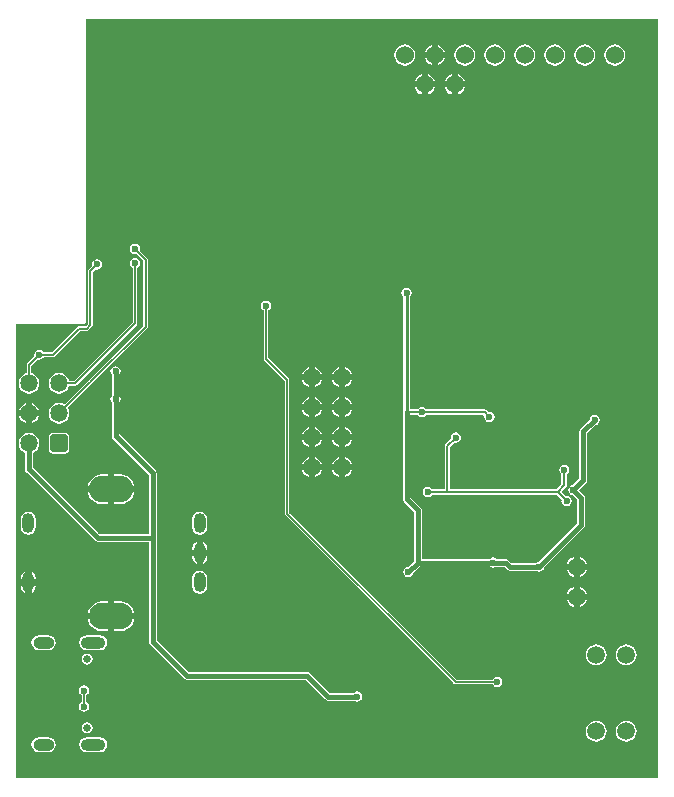
<source format=gbr>
%TF.GenerationSoftware,Altium Limited,Altium Designer,20.1.8 (145)*%
G04 Layer_Physical_Order=4*
G04 Layer_Color=16711680*
%FSLAX45Y45*%
%MOMM*%
%TF.SameCoordinates,75FC8B90-4BF3-40FB-8E76-FB7BBE10E466*%
%TF.FilePolarity,Positive*%
%TF.FileFunction,Copper,L4,Bot,Signal*%
%TF.Part,Single*%
G01*
G75*
%TA.AperFunction,Conductor*%
%ADD36C,0.20320*%
%ADD37C,0.12700*%
%ADD38C,0.25400*%
%ADD40C,0.40640*%
%TA.AperFunction,ComponentPad*%
%ADD41C,0.65000*%
%ADD42O,2.10000X1.00000*%
%ADD43O,1.80000X1.00000*%
%ADD44C,1.50000*%
%ADD45C,0.56000*%
G04:AMPARAMS|DCode=46|XSize=1.5mm|YSize=1.45mm|CornerRadius=0.18125mm|HoleSize=0mm|Usage=FLASHONLY|Rotation=90.000|XOffset=0mm|YOffset=0mm|HoleType=Round|Shape=RoundedRectangle|*
%AMROUNDEDRECTD46*
21,1,1.50000,1.08750,0,0,90.0*
21,1,1.13750,1.45000,0,0,90.0*
1,1,0.36250,0.54375,0.56875*
1,1,0.36250,0.54375,-0.56875*
1,1,0.36250,-0.54375,-0.56875*
1,1,0.36250,-0.54375,0.56875*
%
%ADD46ROUNDEDRECTD46*%
%ADD47O,1.45000X1.50000*%
G04:AMPARAMS|DCode=48|XSize=2.25mm|YSize=3.75mm|CornerRadius=1.125mm|HoleSize=0mm|Usage=FLASHONLY|Rotation=90.000|XOffset=0mm|YOffset=0mm|HoleType=Round|Shape=RoundedRectangle|*
%AMROUNDEDRECTD48*
21,1,2.25000,1.50000,0,0,90.0*
21,1,0.00000,3.75000,0,0,90.0*
1,1,2.25000,0.75000,0.00000*
1,1,2.25000,0.75000,0.00000*
1,1,2.25000,-0.75000,0.00000*
1,1,2.25000,-0.75000,0.00000*
%
%ADD48ROUNDEDRECTD48*%
%ADD49O,3.75000X2.25000*%
%ADD50O,1.00000X1.70000*%
%ADD51C,1.52400*%
%TA.AperFunction,ViaPad*%
%ADD52C,0.60000*%
G36*
X5466660Y41341D02*
X33341D01*
Y3883072D01*
X601280D01*
X609084Y3884625D01*
X615700Y3889045D01*
X620120Y3895661D01*
X621672Y3903464D01*
Y6466659D01*
X5466659Y6466659D01*
X5466660Y41341D01*
D02*
G37*
%LPC*%
G36*
X3604402Y6248203D02*
Y6187907D01*
X3664701D01*
X3656655Y6207334D01*
X3642405Y6225904D01*
X3623834Y6240154D01*
X3604402Y6248203D01*
D02*
G37*
G36*
X3553602Y6248204D02*
X3534167Y6240154D01*
X3515596Y6225904D01*
X3501347Y6207334D01*
X3493300Y6187907D01*
X3553602D01*
Y6248204D01*
D02*
G37*
G36*
X3664707Y6137107D02*
X3604402D01*
Y6076797D01*
X3623834Y6084846D01*
X3642405Y6099096D01*
X3656655Y6117667D01*
X3664707Y6137107D01*
D02*
G37*
G36*
X3553602D02*
X3493294D01*
X3501347Y6117667D01*
X3515596Y6099096D01*
X3534167Y6084846D01*
X3553602Y6076796D01*
Y6137107D01*
D02*
G37*
G36*
X5103001Y6252167D02*
X5079793Y6249112D01*
X5058167Y6240154D01*
X5039596Y6225904D01*
X5025347Y6207334D01*
X5016389Y6185708D01*
X5013334Y6162500D01*
X5016389Y6139293D01*
X5025347Y6117667D01*
X5039596Y6099096D01*
X5058167Y6084846D01*
X5079793Y6075889D01*
X5103001Y6072833D01*
X5126208Y6075889D01*
X5147834Y6084846D01*
X5166405Y6099096D01*
X5180655Y6117667D01*
X5189612Y6139293D01*
X5192668Y6162500D01*
X5189612Y6185708D01*
X5180655Y6207334D01*
X5166405Y6225904D01*
X5147834Y6240154D01*
X5126208Y6249112D01*
X5103001Y6252167D01*
D02*
G37*
G36*
X4849001D02*
X4825793Y6249112D01*
X4804167Y6240154D01*
X4785596Y6225904D01*
X4771347Y6207334D01*
X4762389Y6185708D01*
X4759334Y6162500D01*
X4762389Y6139293D01*
X4771347Y6117667D01*
X4785596Y6099096D01*
X4804167Y6084846D01*
X4825793Y6075889D01*
X4849001Y6072833D01*
X4872208Y6075889D01*
X4893834Y6084846D01*
X4912405Y6099096D01*
X4926655Y6117667D01*
X4935612Y6139293D01*
X4938668Y6162500D01*
X4935612Y6185708D01*
X4926655Y6207334D01*
X4912405Y6225904D01*
X4893834Y6240154D01*
X4872208Y6249112D01*
X4849001Y6252167D01*
D02*
G37*
G36*
X4595001D02*
X4571793Y6249112D01*
X4550167Y6240154D01*
X4531596Y6225904D01*
X4517347Y6207334D01*
X4508389Y6185708D01*
X4505334Y6162500D01*
X4508389Y6139293D01*
X4517347Y6117667D01*
X4531596Y6099096D01*
X4550167Y6084846D01*
X4571793Y6075889D01*
X4595001Y6072833D01*
X4618208Y6075889D01*
X4639834Y6084846D01*
X4658405Y6099096D01*
X4672655Y6117667D01*
X4681612Y6139293D01*
X4684668Y6162500D01*
X4681612Y6185708D01*
X4672655Y6207334D01*
X4658405Y6225904D01*
X4639834Y6240154D01*
X4618208Y6249112D01*
X4595001Y6252167D01*
D02*
G37*
G36*
X4341001D02*
X4317793Y6249112D01*
X4296167Y6240154D01*
X4277596Y6225904D01*
X4263347Y6207334D01*
X4254389Y6185708D01*
X4251334Y6162500D01*
X4254389Y6139293D01*
X4263347Y6117667D01*
X4277596Y6099096D01*
X4296167Y6084846D01*
X4317793Y6075889D01*
X4341001Y6072833D01*
X4364208Y6075889D01*
X4385834Y6084846D01*
X4404405Y6099096D01*
X4418655Y6117667D01*
X4427612Y6139293D01*
X4430668Y6162500D01*
X4427612Y6185708D01*
X4418655Y6207334D01*
X4404405Y6225904D01*
X4385834Y6240154D01*
X4364208Y6249112D01*
X4341001Y6252167D01*
D02*
G37*
G36*
X4087001D02*
X4063793Y6249112D01*
X4042167Y6240154D01*
X4023596Y6225904D01*
X4009347Y6207334D01*
X4000389Y6185708D01*
X3997334Y6162500D01*
X4000389Y6139293D01*
X4009347Y6117667D01*
X4023596Y6099096D01*
X4042167Y6084846D01*
X4063793Y6075889D01*
X4087001Y6072833D01*
X4110208Y6075889D01*
X4131834Y6084846D01*
X4150405Y6099096D01*
X4164655Y6117667D01*
X4173612Y6139293D01*
X4176668Y6162500D01*
X4173612Y6185708D01*
X4164655Y6207334D01*
X4150405Y6225904D01*
X4131834Y6240154D01*
X4110208Y6249112D01*
X4087001Y6252167D01*
D02*
G37*
G36*
X3833001D02*
X3809793Y6249112D01*
X3788167Y6240154D01*
X3769596Y6225904D01*
X3755347Y6207334D01*
X3746389Y6185708D01*
X3743334Y6162500D01*
X3746389Y6139293D01*
X3755347Y6117667D01*
X3769596Y6099096D01*
X3788167Y6084846D01*
X3809793Y6075889D01*
X3833001Y6072833D01*
X3856208Y6075889D01*
X3877834Y6084846D01*
X3896405Y6099096D01*
X3910655Y6117667D01*
X3919612Y6139293D01*
X3922668Y6162500D01*
X3919612Y6185708D01*
X3910655Y6207334D01*
X3896405Y6225904D01*
X3877834Y6240154D01*
X3856208Y6249112D01*
X3833001Y6252167D01*
D02*
G37*
G36*
X3325001D02*
X3301793Y6249112D01*
X3280167Y6240154D01*
X3261596Y6225904D01*
X3247347Y6207334D01*
X3238389Y6185708D01*
X3235334Y6162500D01*
X3238389Y6139293D01*
X3247347Y6117667D01*
X3261596Y6099096D01*
X3280167Y6084846D01*
X3301793Y6075889D01*
X3325001Y6072833D01*
X3348208Y6075889D01*
X3369834Y6084846D01*
X3388405Y6099096D01*
X3402655Y6117667D01*
X3411612Y6139293D01*
X3414668Y6162500D01*
X3411612Y6185708D01*
X3402655Y6207334D01*
X3388405Y6225904D01*
X3369834Y6240154D01*
X3348208Y6249112D01*
X3325001Y6252167D01*
D02*
G37*
G36*
X3771906Y5997902D02*
Y5938899D01*
X3830905D01*
X3823106Y5957728D01*
X3809048Y5976048D01*
X3790728Y5990106D01*
X3771906Y5997902D01*
D02*
G37*
G36*
X3517906D02*
Y5938899D01*
X3576905D01*
X3569106Y5957728D01*
X3555048Y5976048D01*
X3536728Y5990106D01*
X3517906Y5997902D01*
D02*
G37*
G36*
X3467106Y5997907D02*
X3448272Y5990106D01*
X3429952Y5976048D01*
X3415894Y5957728D01*
X3408095Y5938899D01*
X3467106D01*
Y5997907D01*
D02*
G37*
G36*
X3721106D02*
X3702272Y5990106D01*
X3683952Y5976048D01*
X3669894Y5957728D01*
X3662095Y5938899D01*
X3721106D01*
Y5997907D01*
D02*
G37*
G36*
X3830904Y5888099D02*
X3771906D01*
Y5829098D01*
X3790728Y5836894D01*
X3809048Y5850952D01*
X3823106Y5869272D01*
X3830904Y5888099D01*
D02*
G37*
G36*
X3576904D02*
X3517906D01*
Y5829098D01*
X3536728Y5836894D01*
X3555048Y5850952D01*
X3569106Y5869272D01*
X3576904Y5888099D01*
D02*
G37*
G36*
X3467106D02*
X3408096D01*
X3415894Y5869272D01*
X3429952Y5850952D01*
X3448272Y5836894D01*
X3467106Y5829093D01*
Y5888099D01*
D02*
G37*
G36*
X3721106D02*
X3662096D01*
X3669894Y5869272D01*
X3683952Y5850952D01*
X3702272Y5836894D01*
X3721106Y5829093D01*
Y5888099D01*
D02*
G37*
G36*
X720294Y4433693D02*
X703633Y4430380D01*
X689509Y4420942D01*
X680072Y4406818D01*
X676758Y4390157D01*
X679423Y4376755D01*
X649416Y4346748D01*
X645206Y4340446D01*
X643727Y4333013D01*
Y3886000D01*
X623820Y3866093D01*
X568808D01*
X568807Y3866093D01*
X561374Y3864614D01*
X555073Y3860404D01*
X555072Y3860403D01*
X339951Y3645282D01*
X268377D01*
X260785Y3656644D01*
X246661Y3666082D01*
X230000Y3669396D01*
X213339Y3666082D01*
X199215Y3656644D01*
X189778Y3642520D01*
X186464Y3625859D01*
X189129Y3612457D01*
X129266Y3552593D01*
X125055Y3546292D01*
X123577Y3538859D01*
Y3469878D01*
X120758Y3469507D01*
X100032Y3460922D01*
X82235Y3447265D01*
X68578Y3429467D01*
X59993Y3408741D01*
X57065Y3386500D01*
Y3381500D01*
X59993Y3359258D01*
X68578Y3338532D01*
X82235Y3320735D01*
X100032Y3307078D01*
X120758Y3298493D01*
X143000Y3295565D01*
X165241Y3298493D01*
X185968Y3307078D01*
X203765Y3320735D01*
X217422Y3338532D01*
X226007Y3359258D01*
X228935Y3381500D01*
Y3386500D01*
X226007Y3408741D01*
X217422Y3429467D01*
X203765Y3447265D01*
X185968Y3460922D01*
X165241Y3469507D01*
X162423Y3469878D01*
Y3530814D01*
X216598Y3584989D01*
X230000Y3582323D01*
X246661Y3585637D01*
X260785Y3595074D01*
X268377Y3606436D01*
X347996D01*
X355429Y3607915D01*
X361731Y3612125D01*
X576852Y3827247D01*
X631865D01*
X639298Y3828725D01*
X645600Y3832935D01*
X676885Y3864220D01*
X681095Y3870522D01*
X682573Y3877955D01*
Y4324968D01*
X706892Y4349286D01*
X720294Y4346621D01*
X736955Y4349935D01*
X751079Y4359372D01*
X760516Y4373496D01*
X763830Y4390157D01*
X760516Y4406818D01*
X751079Y4420942D01*
X736955Y4430380D01*
X720294Y4433693D01*
D02*
G37*
G36*
X2819395Y3518191D02*
Y3459187D01*
X2878403D01*
X2870606Y3478012D01*
X2856548Y3496332D01*
X2838228Y3510390D01*
X2819395Y3518191D01*
D02*
G37*
G36*
X2768595Y3518187D02*
X2749772Y3510390D01*
X2731452Y3496332D01*
X2717394Y3478012D01*
X2709597Y3459187D01*
X2768595D01*
Y3518187D01*
D02*
G37*
G36*
X2563494Y3518189D02*
Y3459184D01*
X2622499D01*
X2614700Y3478012D01*
X2600643Y3496332D01*
X2582322Y3510390D01*
X2563494Y3518189D01*
D02*
G37*
G36*
X2512694D02*
X2493866Y3510390D01*
X2475546Y3496332D01*
X2461489Y3478012D01*
X2453690Y3459184D01*
X2512694D01*
Y3518189D01*
D02*
G37*
G36*
X1040000Y4443696D02*
X1023339Y4440382D01*
X1009215Y4430945D01*
X999778Y4416820D01*
X996464Y4400160D01*
X999778Y4383499D01*
X1009215Y4369375D01*
X1020577Y4361783D01*
Y3900081D01*
X523919Y3403423D01*
X480707D01*
X480007Y3408741D01*
X471422Y3429467D01*
X457765Y3447265D01*
X439968Y3460922D01*
X419241Y3469507D01*
X397000Y3472435D01*
X374758Y3469507D01*
X354032Y3460922D01*
X336235Y3447265D01*
X322578Y3429467D01*
X313993Y3408741D01*
X311065Y3386500D01*
Y3381500D01*
X313993Y3359258D01*
X322578Y3338532D01*
X336235Y3320735D01*
X354032Y3307078D01*
X374758Y3298493D01*
X397000Y3295565D01*
X419241Y3298493D01*
X439968Y3307078D01*
X457765Y3320735D01*
X471422Y3338532D01*
X480007Y3359258D01*
X480707Y3364577D01*
X531964D01*
X539397Y3366055D01*
X545699Y3370266D01*
X1053734Y3878301D01*
X1057945Y3884602D01*
X1059423Y3892035D01*
Y4361783D01*
X1070785Y4369375D01*
X1080222Y4383499D01*
X1083536Y4400160D01*
X1080222Y4416820D01*
X1070785Y4430945D01*
X1056661Y4440382D01*
X1040000Y4443696D01*
D02*
G37*
G36*
X2768595Y3408387D02*
X2709594D01*
X2717394Y3389556D01*
X2731452Y3371236D01*
X2749772Y3357178D01*
X2768595Y3349381D01*
Y3408387D01*
D02*
G37*
G36*
X2622499Y3408384D02*
X2563494D01*
Y3349379D01*
X2582322Y3357178D01*
X2600643Y3371236D01*
X2614700Y3389556D01*
X2622499Y3408384D01*
D02*
G37*
G36*
X2512694D02*
X2453690D01*
X2461489Y3389556D01*
X2475546Y3371236D01*
X2493866Y3357178D01*
X2512694Y3349379D01*
Y3408384D01*
D02*
G37*
G36*
X2878406Y3408387D02*
X2819395D01*
Y3349377D01*
X2838228Y3357178D01*
X2856548Y3371236D01*
X2870606Y3389556D01*
X2878406Y3408387D01*
D02*
G37*
G36*
X2819400Y3264189D02*
Y3205184D01*
X2878405D01*
X2870606Y3224012D01*
X2856548Y3242332D01*
X2838228Y3256390D01*
X2819400Y3264189D01*
D02*
G37*
G36*
X2768600D02*
X2749772Y3256390D01*
X2731452Y3242332D01*
X2717394Y3224012D01*
X2709595Y3205184D01*
X2768600D01*
Y3264189D01*
D02*
G37*
G36*
X2563494D02*
Y3205184D01*
X2622499D01*
X2614700Y3224012D01*
X2600643Y3242332D01*
X2582322Y3256390D01*
X2563494Y3264189D01*
D02*
G37*
G36*
X2512694D02*
X2493866Y3256390D01*
X2475546Y3242332D01*
X2461489Y3224012D01*
X2453690Y3205184D01*
X2512694D01*
Y3264189D01*
D02*
G37*
G36*
X1040000Y4563536D02*
X1023339Y4560222D01*
X1009215Y4550785D01*
X999778Y4536660D01*
X996464Y4520000D01*
X999778Y4503339D01*
X1009215Y4489215D01*
X1023339Y4479777D01*
X1040000Y4476463D01*
X1053403Y4479129D01*
X1110577Y4421955D01*
Y3871045D01*
X648763Y3409232D01*
X648762Y3409231D01*
X443637Y3204106D01*
X439968Y3206922D01*
X419241Y3215507D01*
X397000Y3218435D01*
X374758Y3215507D01*
X354032Y3206922D01*
X336235Y3193265D01*
X322578Y3175467D01*
X313993Y3154741D01*
X311065Y3132500D01*
Y3127500D01*
X313993Y3105258D01*
X322578Y3084532D01*
X336235Y3066735D01*
X354032Y3053078D01*
X374758Y3044493D01*
X397000Y3041565D01*
X419241Y3044493D01*
X439968Y3053078D01*
X457765Y3066735D01*
X471422Y3084532D01*
X480007Y3105258D01*
X482935Y3127500D01*
Y3132500D01*
X480007Y3154741D01*
X471422Y3175467D01*
X470777Y3176308D01*
X676230Y3381762D01*
X676231Y3381763D01*
X1143734Y3849265D01*
X1143734Y3849266D01*
X1147945Y3855567D01*
X1149423Y3863000D01*
X1149423Y3863001D01*
Y4430001D01*
X1147945Y4437434D01*
X1143734Y4443735D01*
X1080871Y4506599D01*
X1083536Y4520000D01*
X1080222Y4536660D01*
X1070785Y4550785D01*
X1056661Y4560222D01*
X1040000Y4563536D01*
D02*
G37*
G36*
X168407Y3214196D02*
Y3155401D01*
X225734D01*
X217422Y3175467D01*
X203765Y3193265D01*
X185968Y3206922D01*
X168407Y3214196D01*
D02*
G37*
G36*
X117607Y3214201D02*
X100032Y3206922D01*
X82235Y3193265D01*
X68578Y3175467D01*
X60266Y3155401D01*
X117607D01*
Y3214201D01*
D02*
G37*
G36*
X2878405Y3154384D02*
X2819400D01*
Y3095379D01*
X2838228Y3103178D01*
X2856548Y3117236D01*
X2870606Y3135556D01*
X2878405Y3154384D01*
D02*
G37*
G36*
X2768600D02*
X2709595D01*
X2717394Y3135556D01*
X2731452Y3117236D01*
X2749772Y3103178D01*
X2768600Y3095379D01*
Y3154384D01*
D02*
G37*
G36*
X2622499D02*
X2563494D01*
Y3095379D01*
X2582322Y3103178D01*
X2600643Y3117236D01*
X2614700Y3135556D01*
X2622499Y3154384D01*
D02*
G37*
G36*
X2512694D02*
X2453690D01*
X2461489Y3135556D01*
X2475546Y3117236D01*
X2493866Y3103178D01*
X2512694Y3095379D01*
Y3154384D01*
D02*
G37*
G36*
X225735Y3104601D02*
X168407D01*
Y3045804D01*
X185968Y3053078D01*
X203765Y3066735D01*
X217422Y3084532D01*
X225735Y3104601D01*
D02*
G37*
G36*
X117607D02*
X60265D01*
X68578Y3084532D01*
X82235Y3066735D01*
X100032Y3053078D01*
X117607Y3045798D01*
Y3104601D01*
D02*
G37*
G36*
X2819395Y3010191D02*
Y2951187D01*
X2878403D01*
X2870606Y2970012D01*
X2856548Y2988332D01*
X2838228Y3002390D01*
X2819395Y3010191D01*
D02*
G37*
G36*
X2768595Y3010187D02*
X2749772Y3002390D01*
X2731452Y2988332D01*
X2717394Y2970012D01*
X2709597Y2951187D01*
X2768595D01*
Y3010187D01*
D02*
G37*
G36*
X2563494Y3010189D02*
Y2951184D01*
X2622499D01*
X2614700Y2970012D01*
X2600643Y2988332D01*
X2582322Y3002390D01*
X2563494Y3010189D01*
D02*
G37*
G36*
X2512694D02*
X2493866Y3002390D01*
X2475546Y2988332D01*
X2461489Y2970012D01*
X2453690Y2951184D01*
X2512694D01*
Y3010189D01*
D02*
G37*
G36*
X3756241Y2967237D02*
X3739580Y2963923D01*
X3725456Y2954485D01*
X3716018Y2940361D01*
X3712705Y2923700D01*
X3714459Y2914880D01*
X3669151Y2869573D01*
X3664099Y2862011D01*
X3662325Y2853092D01*
Y2487368D01*
X3555065D01*
X3550069Y2494845D01*
X3535945Y2504283D01*
X3519285Y2507597D01*
X3502624Y2504283D01*
X3488500Y2494845D01*
X3479062Y2480721D01*
X3475748Y2464060D01*
X3479062Y2447400D01*
X3488500Y2433276D01*
X3502624Y2423838D01*
X3519285Y2420524D01*
X3535945Y2423838D01*
X3550069Y2433276D01*
X3555065Y2440753D01*
X4608227D01*
X4652399Y2396580D01*
X4650645Y2387761D01*
X4653959Y2371100D01*
X4663396Y2356976D01*
X4677520Y2347538D01*
X4694181Y2344224D01*
X4710842Y2347538D01*
X4724966Y2356976D01*
X4734404Y2371100D01*
X4737717Y2387761D01*
X4734404Y2404421D01*
X4724966Y2418545D01*
X4710842Y2427983D01*
X4694181Y2431297D01*
X4685361Y2429543D01*
X4650843Y2464060D01*
X4689482Y2502699D01*
X4694534Y2510260D01*
X4696309Y2519180D01*
Y2611222D01*
X4706326Y2617916D01*
X4715763Y2632040D01*
X4719077Y2648700D01*
X4715763Y2665361D01*
X4706326Y2679485D01*
X4692201Y2688923D01*
X4675541Y2692237D01*
X4658880Y2688923D01*
X4644756Y2679485D01*
X4635318Y2665361D01*
X4632004Y2648700D01*
X4635318Y2632040D01*
X4644756Y2617916D01*
X4649693Y2614617D01*
Y2528834D01*
X4608227Y2487368D01*
X3708940D01*
Y2843438D01*
X3747421Y2881918D01*
X3756241Y2880164D01*
X3772902Y2883478D01*
X3787026Y2892915D01*
X3796463Y2907040D01*
X3799777Y2923700D01*
X3796463Y2940361D01*
X3787026Y2954485D01*
X3772902Y2963923D01*
X3756241Y2967237D01*
D02*
G37*
G36*
X2768595Y2900387D02*
X2709594D01*
X2717394Y2881556D01*
X2731452Y2863236D01*
X2749772Y2849178D01*
X2768595Y2841381D01*
Y2900387D01*
D02*
G37*
G36*
X2622499Y2900384D02*
X2563494D01*
Y2841379D01*
X2582322Y2849178D01*
X2600643Y2863236D01*
X2614700Y2881556D01*
X2622499Y2900384D01*
D02*
G37*
G36*
X2512694D02*
X2453690D01*
X2461489Y2881556D01*
X2475546Y2863236D01*
X2493866Y2849178D01*
X2512694Y2841379D01*
Y2900384D01*
D02*
G37*
G36*
X2878406Y2900387D02*
X2819395D01*
Y2841377D01*
X2838228Y2849178D01*
X2856548Y2863236D01*
X2870606Y2881556D01*
X2878406Y2900387D01*
D02*
G37*
G36*
X451375Y2964304D02*
X342625D01*
X330598Y2961911D01*
X320401Y2955098D01*
X313588Y2944902D01*
X311196Y2932875D01*
Y2819125D01*
X313588Y2807098D01*
X320401Y2796901D01*
X330598Y2790088D01*
X342625Y2787696D01*
X451375D01*
X463402Y2790088D01*
X473599Y2796901D01*
X480412Y2807098D01*
X482804Y2819125D01*
Y2932875D01*
X480412Y2944902D01*
X473599Y2955098D01*
X463402Y2961911D01*
X451375Y2964304D01*
D02*
G37*
G36*
X2563493Y2756189D02*
Y2697191D01*
X2622496D01*
X2614700Y2716012D01*
X2600643Y2734332D01*
X2582322Y2748390D01*
X2563493Y2756189D01*
D02*
G37*
G36*
X2512693Y2756188D02*
X2493866Y2748390D01*
X2475546Y2734332D01*
X2461489Y2716012D01*
X2453692Y2697191D01*
X2512693D01*
Y2756188D01*
D02*
G37*
G36*
X2819395Y2756191D02*
Y2697187D01*
X2878403D01*
X2870606Y2716012D01*
X2856548Y2734332D01*
X2838228Y2748390D01*
X2819395Y2756191D01*
D02*
G37*
G36*
X2768595Y2756187D02*
X2749772Y2748390D01*
X2731452Y2734332D01*
X2717394Y2716012D01*
X2709597Y2697187D01*
X2768595D01*
Y2756187D01*
D02*
G37*
G36*
Y2646387D02*
X2709594D01*
X2717394Y2627556D01*
X2731452Y2609236D01*
X2749772Y2595178D01*
X2768595Y2587381D01*
Y2646387D01*
D02*
G37*
G36*
X2512693Y2646391D02*
X2453687D01*
X2461489Y2627556D01*
X2475546Y2609236D01*
X2493866Y2595178D01*
X2512693Y2587380D01*
Y2646391D01*
D02*
G37*
G36*
X2622502D02*
X2563493D01*
Y2587379D01*
X2582322Y2595178D01*
X2600643Y2609236D01*
X2614700Y2627556D01*
X2622502Y2646391D01*
D02*
G37*
G36*
X2878406Y2646387D02*
X2819395D01*
Y2587377D01*
X2838228Y2595178D01*
X2856548Y2609236D01*
X2870606Y2627556D01*
X2878406Y2646387D01*
D02*
G37*
G36*
X913200Y2611960D02*
X863600D01*
Y2511082D01*
X1036136D01*
X1035177Y2518364D01*
X1022562Y2548820D01*
X1002494Y2574974D01*
X976340Y2595042D01*
X945884Y2607657D01*
X913200Y2611960D01*
D02*
G37*
G36*
X812800D02*
X763200D01*
X730516Y2607657D01*
X700060Y2595042D01*
X673906Y2574974D01*
X653838Y2548820D01*
X641223Y2518364D01*
X640264Y2511082D01*
X812800D01*
Y2611960D01*
D02*
G37*
G36*
X1036136Y2460282D02*
X863600D01*
Y2359400D01*
X913200D01*
X945884Y2363703D01*
X976340Y2376318D01*
X1002494Y2396387D01*
X1022562Y2422540D01*
X1035177Y2452996D01*
X1036136Y2460282D01*
D02*
G37*
G36*
X812800D02*
X640264D01*
X641223Y2452996D01*
X653838Y2422540D01*
X673906Y2396387D01*
X700060Y2376318D01*
X730516Y2363703D01*
X763200Y2359400D01*
X812800D01*
Y2460282D01*
D02*
G37*
G36*
X875473Y3528108D02*
X858812Y3524794D01*
X844688Y3515356D01*
X835251Y3501232D01*
X831937Y3484572D01*
X835251Y3467911D01*
X841806Y3458100D01*
Y3276518D01*
X835251Y3266707D01*
X831937Y3250046D01*
X835251Y3233386D01*
X841806Y3223575D01*
Y2937217D01*
X844369Y2924333D01*
X851667Y2913411D01*
X1157222Y2607855D01*
Y2109965D01*
X737792D01*
X176667Y2671090D01*
Y2795226D01*
X185968Y2799078D01*
X203765Y2812735D01*
X217422Y2830532D01*
X226007Y2851258D01*
X228935Y2873500D01*
Y2878500D01*
X226007Y2900741D01*
X217422Y2921467D01*
X203765Y2939265D01*
X185968Y2952922D01*
X165241Y2961507D01*
X143000Y2964435D01*
X120758Y2961507D01*
X100032Y2952922D01*
X82235Y2939265D01*
X68578Y2921467D01*
X59993Y2900741D01*
X57065Y2878500D01*
Y2873500D01*
X59993Y2851258D01*
X68578Y2830532D01*
X82235Y2812735D01*
X100032Y2799078D01*
X109333Y2795226D01*
Y2657144D01*
X111896Y2644260D01*
X119194Y2633338D01*
X700040Y2052492D01*
X710963Y2045194D01*
X723846Y2042631D01*
X1157222D01*
Y1195467D01*
X1159785Y1182583D01*
X1167083Y1171661D01*
X1453530Y885214D01*
X1464452Y877915D01*
X1477336Y875353D01*
X2485349D01*
X2653307Y707395D01*
X2664229Y700097D01*
X2677113Y697534D01*
X2893129D01*
X2902940Y690979D01*
X2919600Y687665D01*
X2936261Y690979D01*
X2950385Y700416D01*
X2959823Y714541D01*
X2963137Y731201D01*
X2959823Y747862D01*
X2950385Y761986D01*
X2936261Y771424D01*
X2919600Y774738D01*
X2902940Y771424D01*
X2893129Y764868D01*
X2691058D01*
X2523100Y932826D01*
X2512178Y940124D01*
X2499294Y942687D01*
X1491281D01*
X1224556Y1209412D01*
Y2076298D01*
Y2621801D01*
X1221993Y2634684D01*
X1214695Y2645607D01*
X909140Y2951162D01*
Y3223575D01*
X915695Y3233386D01*
X919009Y3250046D01*
X915695Y3266707D01*
X909140Y3276518D01*
Y3458100D01*
X915695Y3467911D01*
X919009Y3484572D01*
X915695Y3501232D01*
X906258Y3515356D01*
X892134Y3524794D01*
X875473Y3528108D01*
D02*
G37*
G36*
X1588200Y2297108D02*
X1563736Y2292242D01*
X1542996Y2278384D01*
X1529138Y2257644D01*
X1524272Y2233180D01*
Y2163180D01*
X1529138Y2138716D01*
X1542996Y2117976D01*
X1563736Y2104118D01*
X1588200Y2099252D01*
X1612664Y2104118D01*
X1633404Y2117976D01*
X1647262Y2138716D01*
X1652128Y2163180D01*
Y2233180D01*
X1647262Y2257644D01*
X1633404Y2278384D01*
X1612664Y2292242D01*
X1588200Y2297108D01*
D02*
G37*
G36*
X138200D02*
X113736Y2292242D01*
X92996Y2278384D01*
X79138Y2257644D01*
X74272Y2233180D01*
Y2163180D01*
X79138Y2138716D01*
X92996Y2117976D01*
X113736Y2104118D01*
X138200Y2099252D01*
X162664Y2104118D01*
X183404Y2117976D01*
X197262Y2138716D01*
X202128Y2163180D01*
Y2233180D01*
X197262Y2257644D01*
X183404Y2278384D01*
X162664Y2292242D01*
X138200Y2297108D01*
D02*
G37*
G36*
X1615198Y2040549D02*
Y1975174D01*
X1652128D01*
Y1983180D01*
X1647262Y2007644D01*
X1633404Y2028384D01*
X1615198Y2040549D01*
D02*
G37*
G36*
X1561199Y2040547D02*
X1542996Y2028384D01*
X1529138Y2007644D01*
X1524272Y1983180D01*
Y1975174D01*
X1561199D01*
Y2040547D01*
D02*
G37*
G36*
X4805709Y1915057D02*
Y1856052D01*
X4864714D01*
X4856915Y1874881D01*
X4842857Y1893201D01*
X4824537Y1907258D01*
X4805709Y1915057D01*
D02*
G37*
G36*
X4754909D02*
X4736081Y1907258D01*
X4717761Y1893201D01*
X4703704Y1874881D01*
X4695905Y1856052D01*
X4754909D01*
Y1915057D01*
D02*
G37*
G36*
X1561199Y1921174D02*
X1524272D01*
Y1913180D01*
X1529138Y1888716D01*
X1542996Y1867976D01*
X1561199Y1855813D01*
Y1921174D01*
D02*
G37*
G36*
X1652128D02*
X1615198D01*
Y1855811D01*
X1633404Y1867976D01*
X1647262Y1888716D01*
X1652128Y1913180D01*
Y1921174D01*
D02*
G37*
G36*
X3339180Y4192532D02*
X3322520Y4189218D01*
X3308395Y4179781D01*
X3298958Y4165657D01*
X3295644Y4148996D01*
X3298958Y4132335D01*
X3308395Y4118211D01*
X3313283Y4114946D01*
Y3159824D01*
X3308076Y3152032D01*
X3305514Y3139148D01*
Y2404206D01*
X3308076Y2391322D01*
X3315374Y2380400D01*
X3402298Y2293477D01*
Y1879833D01*
X3350564Y1828099D01*
X3338992Y1825797D01*
X3324867Y1816360D01*
X3315430Y1802235D01*
X3312116Y1785575D01*
X3315430Y1768914D01*
X3324867Y1754790D01*
X3338992Y1745352D01*
X3355652Y1742038D01*
X3372313Y1745352D01*
X3386437Y1754790D01*
X3395875Y1768914D01*
X3398177Y1780487D01*
X3449910Y1832220D01*
X4048408D01*
X4058219Y1825665D01*
X4074879Y1822351D01*
X4091540Y1825665D01*
X4100927Y1831937D01*
X4164382D01*
X4189473Y1806846D01*
X4200395Y1799548D01*
X4213279Y1796985D01*
X4436530D01*
X4446340Y1790430D01*
X4463001Y1787116D01*
X4479662Y1790430D01*
X4493786Y1799868D01*
X4503223Y1813992D01*
X4505525Y1825565D01*
X4842774Y2162813D01*
X4850072Y2173735D01*
X4852635Y2186619D01*
Y2412027D01*
X4850072Y2424911D01*
X4842774Y2435833D01*
X4799907Y2478700D01*
X4861004Y2539797D01*
X4868302Y2550720D01*
X4870865Y2563603D01*
Y2964710D01*
X4937349Y3031194D01*
X4948922Y3033496D01*
X4963046Y3042934D01*
X4972483Y3057058D01*
X4975797Y3073719D01*
X4972483Y3090379D01*
X4963046Y3104503D01*
X4948922Y3113941D01*
X4932261Y3117255D01*
X4915600Y3113941D01*
X4901476Y3104503D01*
X4892038Y3090379D01*
X4889736Y3078806D01*
X4813391Y3002461D01*
X4806094Y2991539D01*
X4803531Y2978655D01*
Y2577549D01*
X4747206Y2521225D01*
X4735634Y2518923D01*
X4721509Y2509485D01*
X4712072Y2495361D01*
X4708758Y2478700D01*
X4712072Y2462040D01*
X4721509Y2447915D01*
X4735634Y2438478D01*
X4747207Y2436176D01*
X4785301Y2398082D01*
Y2200565D01*
X4457913Y1873177D01*
X4446340Y1870875D01*
X4436530Y1864319D01*
X4227224D01*
X4202133Y1889410D01*
X4191211Y1896708D01*
X4178327Y1899271D01*
X4101775D01*
X4091540Y1906110D01*
X4074879Y1909424D01*
X4058219Y1906110D01*
X4048408Y1899554D01*
X3469632D01*
Y2307422D01*
X3467069Y2320306D01*
X3459771Y2331228D01*
X3372847Y2418152D01*
Y3115840D01*
X3433021D01*
X3438017Y3108363D01*
X3452141Y3098926D01*
X3468802Y3095612D01*
X3485462Y3098926D01*
X3499587Y3108363D01*
X3504583Y3115840D01*
X3990739D01*
X3999125Y3106449D01*
X3997604Y3098800D01*
X4000918Y3082139D01*
X4010355Y3068015D01*
X4024479Y3058578D01*
X4041140Y3055264D01*
X4057801Y3058578D01*
X4071925Y3068015D01*
X4081362Y3082139D01*
X4084676Y3098800D01*
X4081362Y3115461D01*
X4071925Y3129585D01*
X4057801Y3139022D01*
X4041140Y3142336D01*
X4032320Y3140582D01*
X4017273Y3155629D01*
X4009711Y3160682D01*
X4000792Y3162456D01*
X3504583D01*
X3499587Y3169933D01*
X3485462Y3179371D01*
X3468802Y3182685D01*
X3452141Y3179371D01*
X3438017Y3169933D01*
X3433021Y3162456D01*
X3365078D01*
Y4114946D01*
X3369965Y4118211D01*
X3379403Y4132335D01*
X3382717Y4148996D01*
X3379403Y4165657D01*
X3369965Y4179781D01*
X3355841Y4189218D01*
X3339180Y4192532D01*
D02*
G37*
G36*
X4864714Y1805252D02*
X4805709D01*
Y1746248D01*
X4824537Y1754047D01*
X4842857Y1768104D01*
X4856915Y1786424D01*
X4864714Y1805252D01*
D02*
G37*
G36*
X4754909D02*
X4695905D01*
X4703704Y1786424D01*
X4717761Y1768104D01*
X4736081Y1754047D01*
X4754909Y1746248D01*
Y1805252D01*
D02*
G37*
G36*
X165203Y1790546D02*
Y1725184D01*
X202128D01*
Y1733180D01*
X197262Y1757644D01*
X183404Y1778384D01*
X165203Y1790546D01*
D02*
G37*
G36*
X111203Y1790550D02*
X92996Y1778384D01*
X79138Y1757644D01*
X74272Y1733180D01*
Y1725184D01*
X111203D01*
Y1790550D01*
D02*
G37*
G36*
X202128Y1671184D02*
X165203D01*
Y1605814D01*
X183404Y1617976D01*
X197262Y1638716D01*
X202128Y1663180D01*
Y1671184D01*
D02*
G37*
G36*
X111203D02*
X74272D01*
Y1663180D01*
X79138Y1638716D01*
X92996Y1617976D01*
X111203Y1605810D01*
Y1671184D01*
D02*
G37*
G36*
X4805709Y1661057D02*
Y1602052D01*
X4864714D01*
X4856915Y1620881D01*
X4842857Y1639201D01*
X4824537Y1653258D01*
X4805709Y1661057D01*
D02*
G37*
G36*
X4754909D02*
X4736081Y1653258D01*
X4717761Y1639201D01*
X4703704Y1620881D01*
X4695905Y1602052D01*
X4754909D01*
Y1661057D01*
D02*
G37*
G36*
X1588200Y1797108D02*
X1563736Y1792242D01*
X1542996Y1778384D01*
X1529138Y1757644D01*
X1524272Y1733180D01*
Y1663180D01*
X1529138Y1638716D01*
X1542996Y1617976D01*
X1563736Y1604118D01*
X1588200Y1599252D01*
X1612664Y1604118D01*
X1633404Y1617976D01*
X1647262Y1638716D01*
X1652128Y1663180D01*
Y1733180D01*
X1647262Y1757644D01*
X1633404Y1778384D01*
X1612664Y1792242D01*
X1588200Y1797108D01*
D02*
G37*
G36*
X4864714Y1551252D02*
X4805709D01*
Y1492248D01*
X4824537Y1500047D01*
X4842857Y1514104D01*
X4856915Y1532424D01*
X4864714Y1551252D01*
D02*
G37*
G36*
X4754909D02*
X4695905D01*
X4703704Y1532424D01*
X4717761Y1514104D01*
X4736081Y1500047D01*
X4754909Y1492248D01*
Y1551252D01*
D02*
G37*
G36*
X913200Y1536960D02*
X863599D01*
Y1436081D01*
X1036136D01*
X1035177Y1443364D01*
X1022562Y1473820D01*
X1002494Y1499973D01*
X976340Y1520042D01*
X945884Y1532657D01*
X913200Y1536960D01*
D02*
G37*
G36*
X812799D02*
X763200D01*
X730516Y1532657D01*
X700060Y1520042D01*
X673906Y1499973D01*
X653838Y1473820D01*
X641223Y1443364D01*
X640264Y1436081D01*
X812799D01*
Y1536960D01*
D02*
G37*
G36*
X1036136Y1385281D02*
X863599D01*
Y1284400D01*
X913200D01*
X945884Y1288703D01*
X976340Y1301318D01*
X1002494Y1321386D01*
X1022562Y1347540D01*
X1035177Y1377996D01*
X1036136Y1385281D01*
D02*
G37*
G36*
X812799D02*
X640264D01*
X641223Y1377996D01*
X653838Y1347540D01*
X673906Y1321386D01*
X700060Y1301318D01*
X730516Y1288703D01*
X763200Y1284400D01*
X812799D01*
Y1385281D01*
D02*
G37*
G36*
X741001Y1252214D02*
X631001D01*
X606537Y1247348D01*
X585797Y1233490D01*
X571939Y1212750D01*
X567073Y1188286D01*
X571939Y1163821D01*
X585797Y1143082D01*
X606537Y1129224D01*
X631001Y1124357D01*
X741001D01*
X765465Y1129224D01*
X786205Y1143082D01*
X800063Y1163821D01*
X804929Y1188286D01*
X800063Y1212750D01*
X786205Y1233490D01*
X765465Y1247348D01*
X741001Y1252214D01*
D02*
G37*
G36*
X307993D02*
X227993D01*
X203529Y1247348D01*
X182789Y1233490D01*
X168931Y1212750D01*
X164065Y1188286D01*
X168931Y1163821D01*
X182789Y1143082D01*
X203529Y1129224D01*
X227993Y1124357D01*
X307993D01*
X332457Y1129224D01*
X353197Y1143082D01*
X367055Y1163821D01*
X371921Y1188286D01*
X367055Y1212750D01*
X353197Y1233490D01*
X332457Y1247348D01*
X307993Y1252214D01*
D02*
G37*
G36*
X636009Y1092359D02*
X618373Y1088851D01*
X603422Y1078861D01*
X593432Y1063910D01*
X589924Y1046274D01*
X593432Y1028638D01*
X603422Y1013686D01*
X618373Y1003696D01*
X636009Y1000188D01*
X653646Y1003696D01*
X668597Y1013686D01*
X678587Y1028638D01*
X682095Y1046274D01*
X678587Y1063910D01*
X668597Y1078861D01*
X653646Y1088851D01*
X636009Y1092359D01*
D02*
G37*
G36*
X5199382Y1173037D02*
X5176488Y1170023D01*
X5155154Y1161186D01*
X5136834Y1147128D01*
X5122777Y1128808D01*
X5113940Y1107474D01*
X5110926Y1084580D01*
X5113940Y1061686D01*
X5122777Y1040352D01*
X5136834Y1022032D01*
X5155154Y1007974D01*
X5176488Y999137D01*
X5199382Y996123D01*
X5222277Y999137D01*
X5243611Y1007974D01*
X5261931Y1022032D01*
X5275988Y1040352D01*
X5284825Y1061686D01*
X5287839Y1084580D01*
X5284825Y1107474D01*
X5275988Y1128808D01*
X5261931Y1147128D01*
X5243611Y1161186D01*
X5222277Y1170023D01*
X5199382Y1173037D01*
D02*
G37*
G36*
X4945382D02*
X4922488Y1170023D01*
X4901154Y1161186D01*
X4882834Y1147128D01*
X4868777Y1128808D01*
X4859940Y1107474D01*
X4856926Y1084580D01*
X4859940Y1061686D01*
X4868777Y1040352D01*
X4882834Y1022032D01*
X4901154Y1007974D01*
X4922488Y999137D01*
X4945382Y996123D01*
X4968277Y999137D01*
X4989611Y1007974D01*
X5007931Y1022032D01*
X5021988Y1040352D01*
X5030825Y1061686D01*
X5033839Y1084580D01*
X5030825Y1107474D01*
X5021988Y1128808D01*
X5007931Y1147128D01*
X4989611Y1161186D01*
X4968277Y1170023D01*
X4945382Y1173037D01*
D02*
G37*
G36*
X2150187Y4082136D02*
X2133527Y4078822D01*
X2119403Y4069385D01*
X2109965Y4055261D01*
X2106651Y4038600D01*
X2109965Y4021939D01*
X2119403Y4007815D01*
X2130764Y4000223D01*
Y3590147D01*
X2132243Y3582714D01*
X2136453Y3576413D01*
X2309045Y3403821D01*
Y2280934D01*
X2310523Y2273501D01*
X2314733Y2267200D01*
X3741974Y839959D01*
X3748275Y835749D01*
X3755709Y834270D01*
X4069043D01*
X4076635Y822908D01*
X4090759Y813471D01*
X4107420Y810157D01*
X4124080Y813471D01*
X4138205Y822908D01*
X4147642Y837033D01*
X4150956Y853693D01*
X4147642Y870354D01*
X4138205Y884478D01*
X4124080Y893916D01*
X4107420Y897230D01*
X4090759Y893916D01*
X4076635Y884478D01*
X4069043Y873116D01*
X3763754D01*
X2347891Y2288979D01*
Y3411866D01*
X2347891Y3411867D01*
X2346412Y3419300D01*
X2342202Y3425601D01*
X2169611Y3598193D01*
Y4000223D01*
X2180972Y4007815D01*
X2190410Y4021939D01*
X2193724Y4038600D01*
X2190410Y4055261D01*
X2180972Y4069385D01*
X2166848Y4078822D01*
X2150187Y4082136D01*
D02*
G37*
G36*
X609600Y824812D02*
X592939Y821498D01*
X578815Y812061D01*
X569378Y797937D01*
X566064Y781276D01*
X569378Y764615D01*
X578815Y750491D01*
X590177Y742899D01*
Y684906D01*
X578815Y677314D01*
X569378Y663190D01*
X566064Y646529D01*
X569378Y629868D01*
X578815Y615744D01*
X592939Y606307D01*
X609600Y602993D01*
X626261Y606307D01*
X640385Y615744D01*
X649822Y629868D01*
X653136Y646529D01*
X649822Y663190D01*
X640385Y677314D01*
X629023Y684906D01*
Y742899D01*
X640385Y750491D01*
X649822Y764615D01*
X653136Y781276D01*
X649822Y797937D01*
X640385Y812061D01*
X626261Y821498D01*
X609600Y824812D01*
D02*
G37*
G36*
X636009Y513366D02*
X618373Y509858D01*
X603422Y499868D01*
X593432Y484917D01*
X589924Y467281D01*
X593432Y449645D01*
X603422Y434693D01*
X618373Y424703D01*
X636009Y421195D01*
X653646Y424703D01*
X668597Y434693D01*
X678587Y449645D01*
X682095Y467281D01*
X678587Y484917D01*
X668597Y499868D01*
X653646Y509858D01*
X636009Y513366D01*
D02*
G37*
G36*
X5199380Y525337D02*
X5176486Y522323D01*
X5155152Y513486D01*
X5136832Y499428D01*
X5122774Y481108D01*
X5113937Y459774D01*
X5110923Y436880D01*
X5113937Y413986D01*
X5122774Y392652D01*
X5136832Y374332D01*
X5155152Y360274D01*
X5176486Y351437D01*
X5199380Y348423D01*
X5222274Y351437D01*
X5243608Y360274D01*
X5261928Y374332D01*
X5275986Y392652D01*
X5284823Y413986D01*
X5287837Y436880D01*
X5284823Y459774D01*
X5275986Y481108D01*
X5261928Y499428D01*
X5243608Y513486D01*
X5222274Y522323D01*
X5199380Y525337D01*
D02*
G37*
G36*
X4945380D02*
X4922486Y522323D01*
X4901152Y513486D01*
X4882832Y499428D01*
X4868774Y481108D01*
X4859937Y459774D01*
X4856923Y436880D01*
X4859937Y413986D01*
X4868774Y392652D01*
X4882832Y374332D01*
X4901152Y360274D01*
X4922486Y351437D01*
X4945380Y348423D01*
X4968274Y351437D01*
X4989608Y360274D01*
X5007928Y374332D01*
X5021986Y392652D01*
X5030823Y413986D01*
X5033837Y436880D01*
X5030823Y459774D01*
X5021986Y481108D01*
X5007928Y499428D01*
X4989608Y513486D01*
X4968274Y522323D01*
X4945380Y525337D01*
D02*
G37*
G36*
X741001Y388208D02*
X631001D01*
X606537Y383341D01*
X585797Y369483D01*
X571939Y348744D01*
X567073Y324279D01*
X571939Y299815D01*
X585797Y279075D01*
X606537Y265217D01*
X631001Y260351D01*
X741001D01*
X765465Y265217D01*
X786205Y279075D01*
X800063Y299815D01*
X804929Y324279D01*
X800063Y348744D01*
X786205Y369483D01*
X765465Y383341D01*
X741001Y388208D01*
D02*
G37*
G36*
X307993D02*
X227993D01*
X203529Y383341D01*
X182789Y369483D01*
X168931Y348744D01*
X164065Y324279D01*
X168931Y299815D01*
X182789Y279075D01*
X203529Y265217D01*
X227993Y260351D01*
X307993D01*
X332457Y265217D01*
X353197Y279075D01*
X367055Y299815D01*
X371921Y324279D01*
X367055Y348744D01*
X353197Y369483D01*
X332457Y383341D01*
X307993Y388208D01*
D02*
G37*
%LPD*%
D36*
X4673001Y2519180D02*
Y2648700D01*
X3468802Y3139148D02*
X4000792D01*
X3339181D02*
X3468802D01*
X3339180D02*
X3339181D01*
X4000792D02*
X4041140Y3098800D01*
X3685632Y2464060D02*
Y2853092D01*
X3756241Y2923700D01*
X3519285Y2464060D02*
X3685632D01*
X4617881D01*
X4673001Y2519180D01*
X4617881Y2464060D02*
X4694181Y2387761D01*
D37*
X2328468Y2280934D02*
X3755709Y853693D01*
X2328468Y2280934D02*
Y3411867D01*
X2150187Y3590147D02*
Y4038600D01*
Y3590147D02*
X2328468Y3411867D01*
X3755709Y853693D02*
X4107420D01*
X609600Y646529D02*
Y781276D01*
X1130000Y3863000D02*
Y4430001D01*
X662497Y3395497D02*
X662497D01*
X1130000Y3863000D01*
X397000Y3130000D02*
X662497Y3395497D01*
X1040000Y3892035D02*
Y4400160D01*
X531964Y3384000D02*
X1040000Y3892035D01*
Y4520000D02*
X1040001D01*
X1130000Y4430001D01*
X347996Y3625859D02*
X568807Y3846670D01*
X631865D02*
X663150Y3877955D01*
X568807Y3846670D02*
X631865D01*
X663150Y3877955D02*
Y4333013D01*
X720294Y4390157D01*
X230000Y3625859D02*
X347996D01*
X397000Y3384000D02*
X531964D01*
X143000D02*
Y3538859D01*
X230000Y3625859D01*
X397000Y3130000D02*
Y3130000D01*
D38*
X3339180Y3139148D02*
Y4148996D01*
D40*
X4837198Y2563603D02*
Y2978655D01*
X4932261Y3073719D01*
X4463001Y1830652D02*
X4818968Y2186619D01*
X4213279Y1830652D02*
X4463001D01*
X4818968Y2186619D02*
Y2412027D01*
X4752295Y2478700D02*
X4818968Y2412027D01*
X4752294Y2478700D02*
X4752295D01*
X4178327Y1865604D02*
X4213279Y1830652D01*
X4075163Y1865604D02*
X4178327D01*
X4074879Y1865887D02*
X4075163Y1865604D01*
X3339181Y2404206D02*
Y3139148D01*
Y2404206D02*
X3435965Y2307422D01*
Y1865887D02*
Y2307422D01*
X1190889Y2076298D02*
Y2621801D01*
Y1195467D02*
Y2076298D01*
X723846D02*
X1190889D01*
X143000Y2657144D02*
X723846Y2076298D01*
X875473Y2937217D02*
Y3250046D01*
Y2937217D02*
X1190889Y2621801D01*
X875473Y3250046D02*
Y3484572D01*
X1190889Y1195467D02*
X1477336Y909020D01*
X143000Y2657144D02*
Y2876000D01*
X1477336Y909020D02*
X2499294D01*
X2677113Y731201D02*
X2919600D01*
X3355652Y1785575D02*
X3435965Y1865887D01*
X2499294Y909020D02*
X2677113Y731201D01*
X3435965Y1865887D02*
X4074879D01*
X4752294Y2478700D02*
X4837198Y2563603D01*
D41*
X636009Y1046274D02*
D03*
Y467281D02*
D03*
D42*
X686001Y1188286D02*
D03*
Y324279D02*
D03*
D43*
X267993Y1188286D02*
D03*
Y324279D02*
D03*
D44*
X2538094Y3433784D02*
D03*
Y3179784D02*
D03*
X2794000Y3433784D02*
D03*
Y3179784D02*
D03*
Y2671784D02*
D03*
Y2925784D02*
D03*
X2538094Y2671784D02*
D03*
X4945380Y436880D02*
D03*
X5199380D02*
D03*
X4945382Y1084580D02*
D03*
X5199382D02*
D03*
X3746500Y5913500D02*
D03*
X3492500D02*
D03*
X4780309Y1576652D02*
D03*
Y1830652D02*
D03*
X2538094Y2925784D02*
D03*
D45*
X1452280Y5054720D02*
D03*
X1592280D02*
D03*
Y4774720D02*
D03*
X1452280D02*
D03*
X1662280Y4704720D02*
D03*
X1522280D02*
D03*
X1382280D02*
D03*
X1732280Y5054720D02*
D03*
Y4914720D02*
D03*
Y4774720D02*
D03*
X1382280Y5124720D02*
D03*
X1662280D02*
D03*
X1522280D02*
D03*
X1312280Y5054720D02*
D03*
Y4774720D02*
D03*
Y4914720D02*
D03*
X1662280Y4984720D02*
D03*
Y4844720D02*
D03*
X1522280Y4984720D02*
D03*
Y4844720D02*
D03*
X1382280Y4984720D02*
D03*
Y4844720D02*
D03*
X1592280Y4914720D02*
D03*
X1452280D02*
D03*
D46*
X397000Y2876000D02*
D03*
D47*
Y3130000D02*
D03*
Y3384000D02*
D03*
X143000D02*
D03*
Y3130000D02*
D03*
Y2876000D02*
D03*
D48*
X838200Y1410680D02*
D03*
D49*
Y2485680D02*
D03*
D50*
X138200Y2198180D02*
D03*
Y1698180D02*
D03*
X1588200Y1948180D02*
D03*
Y2198180D02*
D03*
Y1698180D02*
D03*
D51*
X5103001Y6162500D02*
D03*
X4849001D02*
D03*
X4595001D02*
D03*
X4341001D02*
D03*
X4087001D02*
D03*
X3833001D02*
D03*
X3579001D02*
D03*
X3325001D02*
D03*
D52*
X4463001Y1830652D02*
D03*
X4725045Y3418442D02*
D03*
X5013284Y2563279D02*
D03*
X3468802Y3139148D02*
D03*
X4932261Y3073719D02*
D03*
X4154724Y3508809D02*
D03*
X4091224D02*
D03*
X4041140Y3098800D02*
D03*
X3931701Y3032320D02*
D03*
X3995251D02*
D03*
X3756241Y2923700D02*
D03*
X1672384Y1600542D02*
D03*
X1889426Y1615164D02*
D03*
X1894121Y1001004D02*
D03*
X2150187Y4038600D02*
D03*
X875473Y3250046D02*
D03*
Y3484572D02*
D03*
X4107420Y853693D02*
D03*
X4487850Y876720D02*
D03*
X4364420Y179321D02*
D03*
X4032731Y349582D02*
D03*
X3590575Y1201400D02*
D03*
X3755777Y1165873D02*
D03*
X2822500Y5665000D02*
D03*
X3847502Y4038506D02*
D03*
X3974534Y4428893D02*
D03*
X4451160Y1163727D02*
D03*
X3368202Y933257D02*
D03*
X3832814Y2400548D02*
D03*
X3829164Y2534685D02*
D03*
X4402367Y2533937D02*
D03*
X4369294Y2798552D02*
D03*
X4653242Y2806841D02*
D03*
X4451322Y2914311D02*
D03*
X4560628Y3036898D02*
D03*
X3355652Y1785575D02*
D03*
X1040000Y4520000D02*
D03*
X2919600Y731201D02*
D03*
X720294Y4390157D02*
D03*
X4736225Y2308222D02*
D03*
X3733800Y4280000D02*
D03*
X538178Y598941D02*
D03*
X552930Y904130D02*
D03*
X1360390Y810301D02*
D03*
X2339340Y4064380D02*
D03*
X609600Y646529D02*
D03*
X3365108Y2185758D02*
D03*
X3301604Y2187164D02*
D03*
X3170223Y2237400D02*
D03*
X3106723D02*
D03*
X3170223Y2050000D02*
D03*
X3106723D02*
D03*
X3209177Y5052634D02*
D03*
X4006953Y4966894D02*
D03*
X3905983Y5037404D02*
D03*
X4009475Y4850025D02*
D03*
X3916557Y4775666D02*
D03*
X2237841Y2379538D02*
D03*
X2237740Y1838960D02*
D03*
X2788001Y537980D02*
D03*
X2675741Y446440D02*
D03*
X2899261D02*
D03*
X2787228Y994217D02*
D03*
X2681540Y906427D02*
D03*
X2895526Y907589D02*
D03*
X2680069Y1263457D02*
D03*
X2895184Y1263482D02*
D03*
X2787488Y1174789D02*
D03*
X2479121Y596500D02*
D03*
Y406000D02*
D03*
X2316621Y501200D02*
D03*
X2641181D02*
D03*
X2627903Y1209894D02*
D03*
X2331378Y1209089D02*
D03*
X2478624Y1117820D02*
D03*
X2479121Y1303400D02*
D03*
X4899241Y3372059D02*
D03*
X4962741D02*
D03*
X4899241Y3559459D02*
D03*
X4962741D02*
D03*
X4638949Y3334009D02*
D03*
X4810214Y3333513D02*
D03*
X4467132Y3335756D02*
D03*
X4554865Y3418442D02*
D03*
X3911665Y3438520D02*
D03*
X3975165D02*
D03*
X3781706Y3390670D02*
D03*
X3718206D02*
D03*
X3212802Y1076863D02*
D03*
X3434712Y2470424D02*
D03*
X3417571Y2586493D02*
D03*
X3583521Y1422990D02*
D03*
Y1594851D02*
D03*
X3519285Y2464060D02*
D03*
X3527811Y2637203D02*
D03*
X3621973Y2845215D02*
D03*
X3504199Y2801584D02*
D03*
X3821061Y1974260D02*
D03*
Y2202282D02*
D03*
X3772448Y2843094D02*
D03*
X3996471Y1968602D02*
D03*
X3979161Y2193700D02*
D03*
X4044401D02*
D03*
X3963071Y2811160D02*
D03*
X4024081D02*
D03*
X4487850Y557443D02*
D03*
X3980419Y557533D02*
D03*
X4186244Y1426924D02*
D03*
X4236781Y2815080D02*
D03*
Y3032320D02*
D03*
X4347205Y1426924D02*
D03*
X4426092Y1501196D02*
D03*
X4350567Y1970975D02*
D03*
X4421781D02*
D03*
X4334241Y2193700D02*
D03*
X4408479Y2211833D02*
D03*
X4424321Y2378700D02*
D03*
X4642701Y2238940D02*
D03*
X4531781Y2173700D02*
D03*
X4642701D02*
D03*
X3840420Y1249138D02*
D03*
X5001799Y2217360D02*
D03*
X4945245Y2741811D02*
D03*
X5099051Y2477935D02*
D03*
X4945806Y2568603D02*
D03*
X3055932Y932372D02*
D03*
X3212477Y787579D02*
D03*
X3581781Y2278700D02*
D03*
X4452020Y266921D02*
D03*
X3797056Y1550818D02*
D03*
X3712632Y1508920D02*
D03*
X3776405Y2083215D02*
D03*
X3801781Y2278700D02*
D03*
X4032775Y1534880D02*
D03*
X4421781Y2280290D02*
D03*
X4443414Y2082061D02*
D03*
X4752294Y2478700D02*
D03*
X5029890Y2654126D02*
D03*
X4487533Y331802D02*
D03*
X3927847Y349582D02*
D03*
X4074879Y1865887D02*
D03*
X4060211Y1968602D02*
D03*
X3493535Y2354641D02*
D03*
X3899520Y2811160D02*
D03*
X4085091Y2801160D02*
D03*
X4488420Y1112082D02*
D03*
X4266725Y1426924D02*
D03*
X4506572Y1501196D02*
D03*
X4694181Y2387761D02*
D03*
X4675541Y2648700D02*
D03*
X5082478Y2307190D02*
D03*
X5005547Y2392022D02*
D03*
X3877536Y1550818D02*
D03*
X3454410Y1508920D02*
D03*
X4113255Y1534880D02*
D03*
X4779102Y1248140D02*
D03*
X3606821Y4348460D02*
D03*
X3429340Y4280000D02*
D03*
X3606821Y4168865D02*
D03*
Y4280000D02*
D03*
X3514420Y4168865D02*
D03*
X3412876Y4655706D02*
D03*
X3250809Y4749510D02*
D03*
X3123800Y6418864D02*
D03*
X1506880Y6428864D02*
D03*
X1319080Y6058585D02*
D03*
X1954080D02*
D03*
X1827080D02*
D03*
X1700080D02*
D03*
X1573080D02*
D03*
X1446080D02*
D03*
X230000Y3625859D02*
D03*
X710280Y6060000D02*
D03*
X790280D02*
D03*
Y5819440D02*
D03*
X710280D02*
D03*
X719820Y3792960D02*
D03*
X720440Y4069440D02*
D03*
X800440D02*
D03*
X800280Y4310000D02*
D03*
X604980Y3540000D02*
D03*
X692480Y3662520D02*
D03*
X512700D02*
D03*
X804900Y3897730D02*
D03*
X604980Y3790000D02*
D03*
X719820Y4000000D02*
D03*
X720280Y4310000D02*
D03*
X2555240Y4058920D02*
D03*
X1040000Y4400160D02*
D03*
X3339180Y4148996D02*
D03*
X2645145Y5570000D02*
D03*
Y4427340D02*
D03*
Y4554340D02*
D03*
Y4681340D02*
D03*
Y4808340D02*
D03*
X3833578Y5126073D02*
D03*
X2645145Y5633417D02*
D03*
Y5443340D02*
D03*
Y5321420D02*
D03*
X3547621Y4780980D02*
D03*
X3457268Y4851160D02*
D03*
X3462348Y4965760D02*
D03*
X3552683Y5035760D02*
D03*
X3639809Y5118460D02*
D03*
X3840480Y4348460D02*
D03*
Y4418460D02*
D03*
X3835400Y4620840D02*
D03*
Y4690840D02*
D03*
X3632189Y4631000D02*
D03*
Y4698460D02*
D03*
X2050461Y501200D02*
D03*
X1737781D02*
D03*
Y1208100D02*
D03*
X2050461D02*
D03*
X1893368Y1405990D02*
D03*
X1894121Y713420D02*
D03*
Y294060D02*
D03*
X1640840Y614296D02*
D03*
X2645145Y4935340D02*
D03*
Y5064880D02*
D03*
Y5194420D02*
D03*
X1437640Y341293D02*
D03*
X1305560D02*
D03*
X1257300Y636289D02*
D03*
X1125220D02*
D03*
Y917240D02*
D03*
X1257300D02*
D03*
X609600Y781276D02*
D03*
X1069340Y1070180D02*
D03*
X866140Y1093998D02*
D03*
Y1022878D02*
D03*
Y382900D02*
D03*
Y454020D02*
D03*
%TF.MD5,acc161e174186410955eab296540077b*%
M02*

</source>
